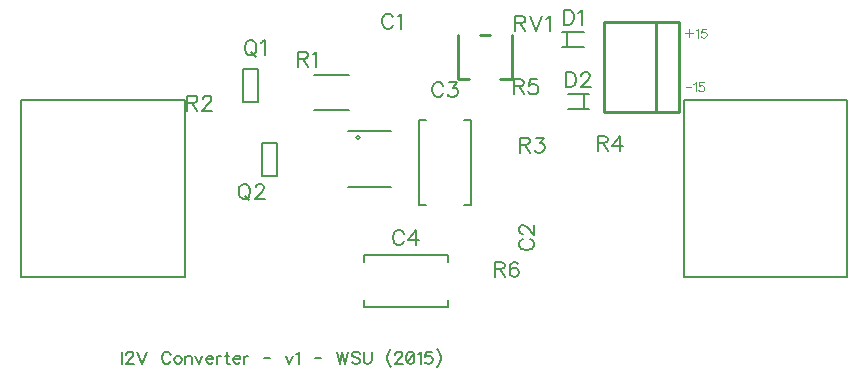
<source format=gbr>
G04 DipTrace 2.4.0.1*
%INTopSilk.gbr*%
%MOIN*%
%ADD14C,0.01*%
%ADD20C,0.008*%
%ADD21C,0.006*%
%ADD23C,0.005*%
%ADD39C,0.0077*%
%ADD40C,0.0062*%
%ADD41C,0.0046*%
%FSLAX44Y44*%
G04*
G70*
G90*
G75*
G01*
%LNTopSilk*%
%LPD*%
X18922Y9652D2*
D20*
Y12477D1*
X17194Y9652D2*
Y12477D1*
X18694D2*
X18922D1*
X18694Y9652D2*
X18922D1*
X17194Y12477D2*
X17422D1*
X17194Y9652D2*
X17422D1*
X18169Y7974D2*
X15345D1*
X18169Y6245D2*
X15345D1*
Y7745D2*
Y7974D1*
X18169Y7745D2*
Y7974D1*
X15345Y6245D2*
Y6474D1*
X18169Y6245D2*
Y6474D1*
X21966Y15429D2*
X22123D1*
X22675D1*
X21966Y14917D2*
X22123D1*
X22675D1*
X22123Y15429D2*
Y14917D1*
X22857Y12837D2*
X22699D1*
X22148D1*
X22857Y13349D2*
X22699D1*
X22148D1*
X22699Y12837D2*
Y13349D1*
X11318Y14197D2*
D21*
X11838D1*
Y13077D1*
X11318D1*
Y14197D1*
X11947Y11722D2*
X12467D1*
Y10602D1*
X11947D1*
Y11722D1*
X13691Y13981D2*
X14861D1*
X13691Y12821D2*
X14861D1*
X20289Y15320D2*
D14*
Y13864D1*
X19895D1*
X18478Y15320D2*
Y13864D1*
X18871D1*
X19541Y15320D2*
X19225D1*
X9388Y7244D2*
D23*
Y13144D1*
X3937D1*
Y7244D1*
X9388D1*
X15093Y11902D2*
D20*
G02X15093Y11902I57J0D01*
G01*
X14830Y10262D2*
D21*
X16250D1*
Y12122D2*
X14830D1*
X26006Y13158D2*
D23*
Y7258D1*
X31457D1*
Y13158D1*
X26006D1*
X25852Y15745D2*
D14*
Y12745D1*
X25102D1*
X23352D1*
Y15745D1*
X25102D1*
X25852D1*
X25102D2*
Y12745D1*
X16325Y15912D2*
D39*
X16301Y15960D1*
X16253Y16008D1*
X16205Y16032D1*
X16110D1*
X16062Y16008D1*
X16014Y15960D1*
X15990Y15912D1*
X15966Y15841D1*
Y15721D1*
X15990Y15649D1*
X16014Y15601D1*
X16062Y15554D1*
X16110Y15529D1*
X16205D1*
X16253Y15554D1*
X16301Y15601D1*
X16325Y15649D1*
X16479Y15936D2*
X16527Y15960D1*
X16599Y16031D1*
Y15529D1*
X20641Y8509D2*
X20594Y8485D1*
X20545Y8437D1*
X20522Y8389D1*
Y8294D1*
X20545Y8246D1*
X20594Y8198D1*
X20641Y8174D1*
X20713Y8150D1*
X20833D1*
X20904Y8174D1*
X20952Y8198D1*
X21000Y8246D1*
X21024Y8294D1*
Y8389D1*
X21000Y8437D1*
X20952Y8485D1*
X20904Y8509D1*
X20642Y8687D2*
X20618D1*
X20570Y8711D1*
X20546Y8735D1*
X20522Y8783D1*
Y8879D1*
X20546Y8926D1*
X20570Y8950D1*
X20618Y8974D1*
X20665D1*
X20713Y8950D1*
X20785Y8902D1*
X21024Y8663D1*
Y8998D1*
X17993Y13633D2*
X17969Y13680D1*
X17921Y13729D1*
X17874Y13752D1*
X17778D1*
X17730Y13729D1*
X17682Y13680D1*
X17658Y13633D1*
X17634Y13561D1*
Y13441D1*
X17658Y13370D1*
X17682Y13322D1*
X17730Y13274D1*
X17778Y13250D1*
X17874D1*
X17921Y13274D1*
X17969Y13322D1*
X17993Y13370D1*
X18195Y13752D2*
X18458D1*
X18315Y13561D1*
X18387D1*
X18434Y13537D1*
X18458Y13513D1*
X18482Y13441D1*
Y13394D1*
X18458Y13322D1*
X18410Y13274D1*
X18339Y13250D1*
X18267D1*
X18195Y13274D1*
X18172Y13298D1*
X18147Y13346D1*
X16682Y8700D2*
X16658Y8747D1*
X16610Y8795D1*
X16562Y8819D1*
X16467D1*
X16419Y8795D1*
X16371Y8747D1*
X16347Y8700D1*
X16323Y8628D1*
Y8508D1*
X16347Y8437D1*
X16371Y8389D1*
X16419Y8341D1*
X16467Y8317D1*
X16562D1*
X16610Y8341D1*
X16658Y8389D1*
X16682Y8437D1*
X17076Y8317D2*
Y8819D1*
X16836Y8484D1*
X17195D1*
X22016Y16161D2*
Y15658D1*
X22183D1*
X22255Y15683D1*
X22303Y15730D1*
X22327Y15778D1*
X22350Y15850D1*
Y15970D1*
X22327Y16041D1*
X22303Y16089D1*
X22255Y16137D1*
X22183Y16161D1*
X22016D1*
X22505Y16065D2*
X22553Y16089D1*
X22625Y16160D1*
Y15658D1*
X22090Y14081D2*
Y13579D1*
X22258D1*
X22330Y13603D1*
X22378Y13651D1*
X22401Y13699D1*
X22425Y13770D1*
Y13890D1*
X22401Y13962D1*
X22378Y14010D1*
X22330Y14058D1*
X22258Y14081D1*
X22090D1*
X22604Y13961D2*
Y13985D1*
X22628Y14033D1*
X22651Y14057D1*
X22700Y14081D1*
X22795D1*
X22843Y14057D1*
X22866Y14033D1*
X22891Y13985D1*
Y13938D1*
X22866Y13890D1*
X22819Y13818D1*
X22580Y13579D1*
X22915D1*
X11527Y15141D2*
X11479Y15118D1*
X11431Y15070D1*
X11407Y15022D1*
X11383Y14950D1*
Y14830D1*
X11407Y14758D1*
X11431Y14711D1*
X11479Y14663D1*
X11527Y14639D1*
X11622D1*
X11671Y14663D1*
X11718Y14711D1*
X11742Y14758D1*
X11766Y14830D1*
Y14950D1*
X11742Y15022D1*
X11718Y15070D1*
X11671Y15118D1*
X11622Y15141D1*
X11527D1*
X11599Y14735D2*
X11742Y14591D1*
X11921Y15045D2*
X11969Y15069D1*
X12040Y15140D1*
Y14638D1*
X11324Y10355D2*
X11277Y10332D1*
X11228Y10284D1*
X11205Y10236D1*
X11180Y10164D1*
Y10044D1*
X11205Y9973D1*
X11228Y9925D1*
X11277Y9877D1*
X11324Y9853D1*
X11420D1*
X11468Y9877D1*
X11515Y9925D1*
X11539Y9973D1*
X11563Y10044D1*
Y10164D1*
X11539Y10236D1*
X11515Y10284D1*
X11468Y10332D1*
X11420Y10355D1*
X11324D1*
X11396Y9949D2*
X11539Y9805D1*
X11742Y10235D2*
Y10259D1*
X11766Y10307D1*
X11790Y10331D1*
X11838Y10354D1*
X11933D1*
X11981Y10331D1*
X12005Y10307D1*
X12029Y10259D1*
Y10211D1*
X12005Y10163D1*
X11957Y10092D1*
X11718Y9853D1*
X12053D1*
X13155Y14529D2*
X13370D1*
X13442Y14553D1*
X13466Y14577D1*
X13490Y14624D1*
Y14672D1*
X13466Y14720D1*
X13442Y14744D1*
X13370Y14768D1*
X13155D1*
Y14266D1*
X13323Y14529D2*
X13490Y14266D1*
X13645Y14672D2*
X13693Y14696D1*
X13764Y14768D1*
Y14266D1*
X9470Y13060D2*
X9685D1*
X9757Y13085D1*
X9781Y13108D1*
X9805Y13156D1*
Y13204D1*
X9781Y13251D1*
X9757Y13276D1*
X9685Y13300D1*
X9470D1*
Y12797D1*
X9637Y13060D2*
X9805Y12797D1*
X9983Y13180D2*
Y13203D1*
X10007Y13251D1*
X10031Y13275D1*
X10079Y13299D1*
X10175D1*
X10222Y13275D1*
X10246Y13251D1*
X10270Y13203D1*
Y13156D1*
X10246Y13108D1*
X10198Y13036D1*
X9959Y12797D1*
X10294D1*
X20551Y11662D2*
X20766D1*
X20838Y11686D1*
X20862Y11710D1*
X20886Y11758D1*
Y11806D1*
X20862Y11853D1*
X20838Y11878D1*
X20766Y11901D1*
X20551D1*
Y11399D1*
X20719Y11662D2*
X20886Y11399D1*
X21089Y11901D2*
X21351D1*
X21208Y11710D1*
X21280D1*
X21327Y11686D1*
X21351Y11662D1*
X21375Y11590D1*
Y11543D1*
X21351Y11471D1*
X21304Y11423D1*
X21232Y11399D1*
X21160D1*
X21089Y11423D1*
X21065Y11447D1*
X21041Y11495D1*
X23150Y11713D2*
X23365D1*
X23436Y11738D1*
X23461Y11761D1*
X23485Y11809D1*
Y11857D1*
X23461Y11905D1*
X23436Y11929D1*
X23365Y11953D1*
X23150D1*
Y11450D1*
X23317Y11713D2*
X23485Y11450D1*
X23878D2*
Y11952D1*
X23639Y11618D1*
X23998D1*
X20348Y13607D2*
X20563D1*
X20635Y13632D1*
X20659Y13656D1*
X20683Y13703D1*
Y13751D1*
X20659Y13799D1*
X20635Y13823D1*
X20563Y13847D1*
X20348D1*
Y13344D1*
X20515Y13607D2*
X20683Y13344D1*
X21124Y13846D2*
X20885D1*
X20861Y13631D1*
X20885Y13655D1*
X20957Y13679D1*
X21028D1*
X21100Y13655D1*
X21148Y13607D1*
X21172Y13536D1*
Y13488D1*
X21148Y13416D1*
X21100Y13368D1*
X21028Y13344D1*
X20957D1*
X20885Y13368D1*
X20861Y13392D1*
X20837Y13440D1*
X19718Y7513D2*
X19933D1*
X20005Y7537D1*
X20029Y7561D1*
X20053Y7609D1*
Y7657D1*
X20029Y7704D1*
X20005Y7729D1*
X19933Y7752D1*
X19718D1*
Y7250D1*
X19886Y7513D2*
X20053Y7250D1*
X20494Y7680D2*
X20471Y7728D1*
X20399Y7752D1*
X20351D1*
X20279Y7728D1*
X20231Y7656D1*
X20207Y7537D1*
Y7417D1*
X20231Y7322D1*
X20279Y7274D1*
X20351Y7250D1*
X20375D1*
X20446Y7274D1*
X20494Y7322D1*
X20518Y7394D1*
Y7417D1*
X20494Y7489D1*
X20446Y7537D1*
X20375Y7561D1*
X20351D1*
X20279Y7537D1*
X20231Y7489D1*
X20207Y7417D1*
X20404Y15719D2*
X20619D1*
X20691Y15743D1*
X20716Y15767D1*
X20739Y15815D1*
Y15863D1*
X20716Y15910D1*
X20691Y15934D1*
X20619Y15958D1*
X20404D1*
Y15456D1*
X20572Y15719D2*
X20739Y15456D1*
X20894Y15958D2*
X21085Y15456D1*
X21276Y15958D1*
X21431Y15862D2*
X21479Y15886D1*
X21551Y15958D1*
Y15456D1*
X7288Y4756D2*
D40*
Y4354D1*
X7431Y4660D2*
Y4679D1*
X7450Y4717D1*
X7469Y4736D1*
X7507Y4755D1*
X7584D1*
X7622Y4736D1*
X7641Y4717D1*
X7660Y4679D1*
Y4641D1*
X7641Y4602D1*
X7603Y4545D1*
X7411Y4354D1*
X7679D1*
X7803Y4756D2*
X7956Y4354D1*
X8108Y4756D1*
X8908Y4660D2*
X8889Y4698D1*
X8850Y4737D1*
X8812Y4756D1*
X8736D1*
X8697Y4737D1*
X8659Y4698D1*
X8640Y4660D1*
X8621Y4603D1*
Y4507D1*
X8640Y4450D1*
X8659Y4411D1*
X8697Y4373D1*
X8736Y4354D1*
X8812D1*
X8850Y4373D1*
X8889Y4411D1*
X8908Y4450D1*
X9127Y4622D2*
X9089Y4603D1*
X9050Y4564D1*
X9031Y4507D1*
Y4469D1*
X9050Y4411D1*
X9089Y4373D1*
X9127Y4354D1*
X9184D1*
X9223Y4373D1*
X9261Y4411D1*
X9280Y4469D1*
Y4507D1*
X9261Y4564D1*
X9223Y4603D1*
X9184Y4622D1*
X9127D1*
X9404D2*
Y4354D1*
Y4545D2*
X9461Y4603D1*
X9500Y4622D1*
X9557D1*
X9595Y4603D1*
X9614Y4545D1*
Y4354D1*
X9738Y4622D2*
X9853Y4354D1*
X9967Y4622D1*
X10091Y4507D2*
X10320D1*
Y4545D1*
X10301Y4584D1*
X10282Y4603D1*
X10244Y4622D1*
X10186D1*
X10148Y4603D1*
X10110Y4564D1*
X10091Y4507D1*
Y4469D1*
X10110Y4411D1*
X10148Y4373D1*
X10186Y4354D1*
X10244D1*
X10282Y4373D1*
X10320Y4411D1*
X10444Y4622D2*
Y4354D1*
Y4507D2*
X10463Y4564D1*
X10501Y4603D1*
X10540Y4622D1*
X10597D1*
X10778Y4756D2*
Y4430D1*
X10797Y4373D1*
X10836Y4354D1*
X10874D1*
X10721Y4622D2*
X10855D1*
X10997Y4507D2*
X11227D1*
Y4545D1*
X11208Y4584D1*
X11189Y4603D1*
X11150Y4622D1*
X11093D1*
X11055Y4603D1*
X11016Y4564D1*
X10997Y4507D1*
Y4469D1*
X11016Y4411D1*
X11055Y4373D1*
X11093Y4354D1*
X11150D1*
X11189Y4373D1*
X11227Y4411D1*
X11350Y4622D2*
Y4354D1*
Y4507D2*
X11370Y4564D1*
X11408Y4603D1*
X11446Y4622D1*
X11504D1*
X12016Y4555D2*
X12237D1*
X12749Y4622D2*
X12864Y4354D1*
X12979Y4622D1*
X13102Y4679D2*
X13141Y4698D1*
X13198Y4755D1*
Y4354D1*
X13711Y4555D2*
X13932D1*
X14444Y4756D2*
X14540Y4354D1*
X14635Y4756D1*
X14731Y4354D1*
X14827Y4756D1*
X15218Y4698D2*
X15180Y4737D1*
X15123Y4756D1*
X15046D1*
X14989Y4737D1*
X14950Y4698D1*
Y4660D1*
X14970Y4622D1*
X14989Y4603D1*
X15027Y4584D1*
X15142Y4545D1*
X15180Y4526D1*
X15199Y4507D1*
X15218Y4469D1*
Y4411D1*
X15180Y4373D1*
X15123Y4354D1*
X15046D1*
X14989Y4373D1*
X14950Y4411D1*
X15342Y4756D2*
Y4469D1*
X15361Y4411D1*
X15399Y4373D1*
X15457Y4354D1*
X15495D1*
X15552Y4373D1*
X15591Y4411D1*
X15610Y4469D1*
Y4756D1*
X16256Y4860D2*
X16218Y4822D1*
X16180Y4765D1*
X16141Y4688D1*
X16122Y4593D1*
Y4516D1*
X16141Y4421D1*
X16180Y4344D1*
X16218Y4287D1*
X16256Y4249D1*
X16399Y4660D2*
Y4679D1*
X16418Y4717D1*
X16437Y4736D1*
X16476Y4755D1*
X16552D1*
X16590Y4736D1*
X16609Y4717D1*
X16629Y4679D1*
Y4641D1*
X16609Y4602D1*
X16571Y4545D1*
X16380Y4354D1*
X16648D1*
X16886Y4755D2*
X16829Y4736D1*
X16790Y4679D1*
X16771Y4583D1*
Y4526D1*
X16790Y4430D1*
X16829Y4373D1*
X16886Y4354D1*
X16924D1*
X16982Y4373D1*
X17020Y4430D1*
X17039Y4526D1*
Y4583D1*
X17020Y4679D1*
X16982Y4736D1*
X16924Y4755D1*
X16886D1*
X17020Y4679D2*
X16790Y4430D1*
X17163Y4679D2*
X17201Y4698D1*
X17258Y4755D1*
Y4354D1*
X17611Y4755D2*
X17420D1*
X17401Y4583D1*
X17420Y4602D1*
X17478Y4622D1*
X17535D1*
X17592Y4602D1*
X17631Y4564D1*
X17650Y4507D1*
Y4469D1*
X17631Y4411D1*
X17592Y4373D1*
X17535Y4354D1*
X17478D1*
X17420Y4373D1*
X17401Y4392D1*
X17382Y4430D1*
X17773Y4860D2*
X17812Y4822D1*
X17850Y4765D1*
X17888Y4688D1*
X17907Y4593D1*
Y4516D1*
X17888Y4421D1*
X17850Y4344D1*
X17812Y4287D1*
X17773Y4249D1*
X26192Y15508D2*
D41*
Y15250D1*
X26063Y15379D2*
X26322D1*
X26414Y15472D2*
X26443Y15487D1*
X26486Y15529D1*
Y15228D1*
X26751Y15529D2*
X26608D1*
X26593Y15400D1*
X26608Y15415D1*
X26651Y15429D1*
X26694D1*
X26737Y15415D1*
X26766Y15386D1*
X26780Y15343D1*
Y15315D1*
X26766Y15271D1*
X26737Y15243D1*
X26694Y15228D1*
X26651D1*
X26608Y15243D1*
X26593Y15257D1*
X26579Y15286D1*
X26079Y13591D2*
X26245D1*
X26337Y13685D2*
X26366Y13699D1*
X26409Y13742D1*
Y13441D1*
X26674Y13742D2*
X26531D1*
X26517Y13613D1*
X26531Y13627D1*
X26574Y13642D1*
X26617D1*
X26660Y13627D1*
X26689Y13599D1*
X26703Y13556D1*
Y13527D1*
X26689Y13484D1*
X26660Y13455D1*
X26617Y13441D1*
X26574D1*
X26531Y13455D1*
X26517Y13470D1*
X26502Y13498D1*
M02*

</source>
